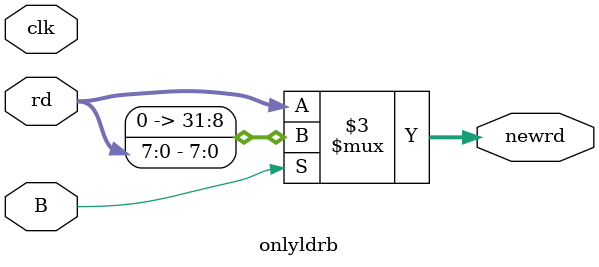
<source format=v>
module onlyldrb(
	clk,
	B, 
	rd,
	newrd
);
	input wire clk;
	input wire B;
	input wire [31:0] rd;
	output reg [31:0] newrd;
	
	always @(*)
		if(B)
			newrd = {24'b000000000000000000000000, rd[7:0]};
		else
			newrd = rd;	
endmodule
</source>
